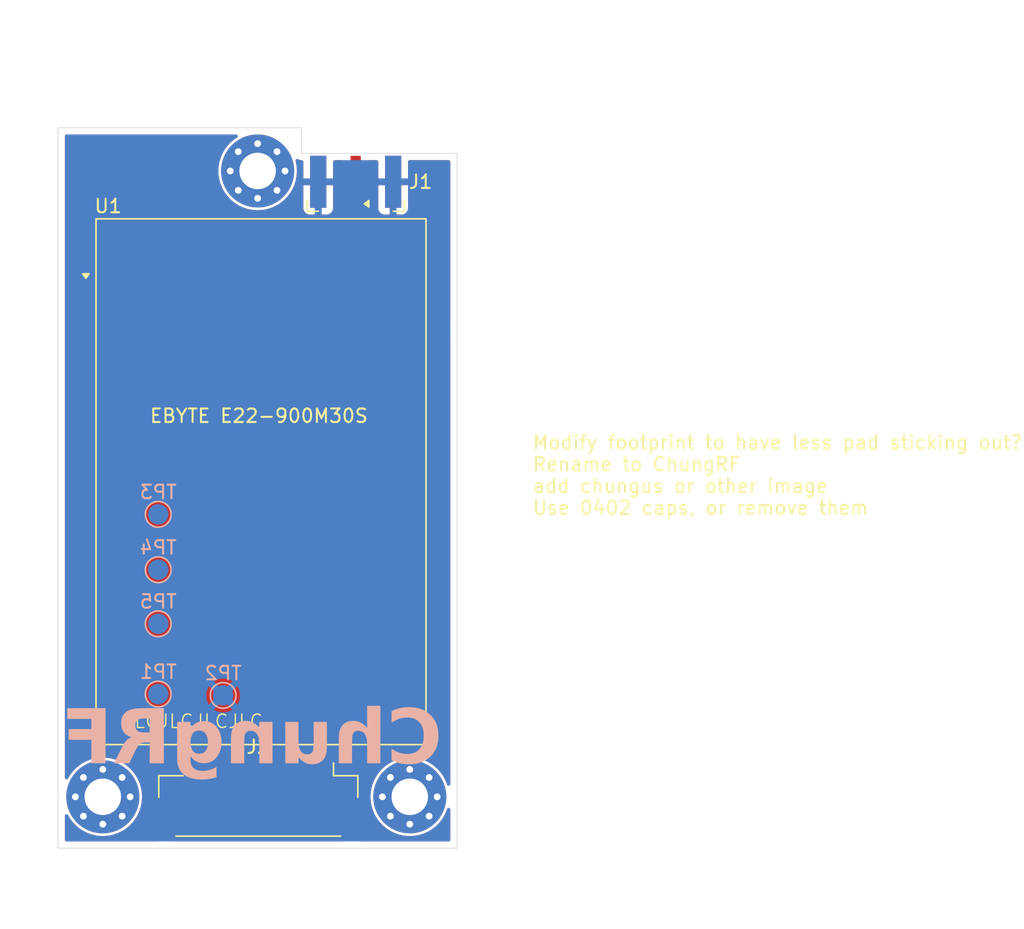
<source format=kicad_pcb>
(kicad_pcb (version 20240108) (generator "pcbnew") (generator_version "8.0")
  (title_block (title "ChungRF") (date "2024-05-14") (rev "R1") (company "Chungus Aerospace"))
  (layers (0 "F.Cu" signal) (1 "In1.Cu" signal) (2 "In2.Cu" signal) (31 "B.Cu" signal) (34 "B.Paste" user) (35 "F.Paste" user) (36 "B.SilkS" user "B.Silkscreen") (37 "F.SilkS" user "F.Silkscreen") (38 "B.Mask" user) (39 "F.Mask" user) (44 "Edge.Cuts" user))
  (net 0 "")
  (net 1 "VCC")
  (net 2 "GND")
  (net 3 "/RF_ANT")
  (net 4 "/BUSY")
  (net 5 "/MISO")
  (net 6 "/NSS")
  (net 7 "/DIO2")
  (net 8 "/DIO1")
  (net 9 "/NRST")
  (net 10 "/RXEN")
  (net 11 "/MOSI")
  (net 12 "/SCK")
  (net 13 "/TXEN")
  (footprint "MountingHole:MountingHole_2.7mm_M2.5_Pad_Via" (layer "F.Cu") (at 161.05 91.5 90)
    (property "Reference" "H3" (hide yes))
    (property "Value" "MountingHole" (hide yes))
    (pad "1" thru_hole circle (at -2.025 0 90) (size 0.8 0.8) (drill 0.5) (layers "*.Cu" "*.Mask"))
    (pad "1" thru_hole circle (at -1.431891 -1.431891 90) (size 0.8 0.8) (drill 0.5) (layers "*.Cu" "*.Mask"))
    (pad "1" thru_hole circle (at -1.431891 1.431891 90) (size 0.8 0.8) (drill 0.5) (layers "*.Cu" "*.Mask"))
    (pad "1" thru_hole circle (at 0 -2.025 90) (size 0.8 0.8) (drill 0.5) (layers "*.Cu" "*.Mask"))
    (pad "1" thru_hole circle (at 0 0 90) (size 5.4 5.4) (drill 2.7) (layers "*.Cu" "*.Mask"))
    (pad "1" thru_hole circle (at 0 2.025 90) (size 0.8 0.8) (drill 0.5) (layers "*.Cu" "*.Mask"))
    (pad "1" thru_hole circle (at 1.431891 -1.431891 90) (size 0.8 0.8) (drill 0.5) (layers "*.Cu" "*.Mask"))
    (pad "1" thru_hole circle (at 1.431891 1.431891 90) (size 0.8 0.8) (drill 0.5) (layers "*.Cu" "*.Mask"))
    (pad "1" thru_hole circle (at 2.025 0 90) (size 0.8 0.8) (drill 0.5) (layers "*.Cu" "*.Mask"))
  )
  (footprint "MountingHole:MountingHole_2.7mm_M2.5_Pad_Via" (layer "F.Cu") (at 172.3 137.8 90)
    (property "Reference" "H2" (hide yes))
    (property "Value" "MountingHole" (hide yes))
    (pad "1" thru_hole circle (at -2.025 0 90) (size 0.8 0.8) (drill 0.5) (layers "*.Cu" "*.Mask"))
    (pad "1" thru_hole circle (at -1.431891 -1.431891 90) (size 0.8 0.8) (drill 0.5) (layers "*.Cu" "*.Mask"))
    (pad "1" thru_hole circle (at -1.431891 1.431891 90) (size 0.8 0.8) (drill 0.5) (layers "*.Cu" "*.Mask"))
    (pad "1" thru_hole circle (at 0 -2.025 90) (size 0.8 0.8) (drill 0.5) (layers "*.Cu" "*.Mask"))
    (pad "1" thru_hole circle (at 0 0 90) (size 5.4 5.4) (drill 2.7) (layers "*.Cu" "*.Mask"))
    (pad "1" thru_hole circle (at 0 2.025 90) (size 0.8 0.8) (drill 0.5) (layers "*.Cu" "*.Mask"))
    (pad "1" thru_hole circle (at 1.431891 -1.431891 90) (size 0.8 0.8) (drill 0.5) (layers "*.Cu" "*.Mask"))
    (pad "1" thru_hole circle (at 1.431891 1.431891 90) (size 0.8 0.8) (drill 0.5) (layers "*.Cu" "*.Mask"))
    (pad "1" thru_hole circle (at 2.025 0 90) (size 0.8 0.8) (drill 0.5) (layers "*.Cu" "*.Mask"))
  )
  (footprint "besser_footprints:CON-SMA-EDGE-S" (layer "F.Cu") (at 168.3 92.3)
    (property "Reference" "J1" (at 4.8 0 0) (layer "F.SilkS"))
    (property "Value" "Conn_Coaxial")
    (fp_line (start -3.597387 1.345227) (end -3.597387 2.18) (stroke (width 0.12)) (layer "F.SilkS"))
    (fp_line (start -3.597387 2.18) (end -2.762614 2.18) (stroke (width 0.12)) (layer "F.SilkS"))
    (fp_line (start 2.77 2.18) (end 3.604773 2.18) (stroke (width 0.12)) (layer "F.SilkS"))
    (fp_line (start 3.604773 2.18) (end 3.604773 1.345227) (stroke (width 0.12)) (layer "F.SilkS"))
    (fp_poly (pts (xy 0.64 1.625) (xy 0.97 1.385) (xy 0.97 1.865) (xy 0.64 1.625)) (stroke (width 0.12)) (fill solid) (layer "F.SilkS"))
    (pad "1" smd rect (at 0 0) (size 0.76 3.85) (layers "F.Cu" "F.Paste" "F.Mask") (net 3 "/RF_ANT"))
    (pad "2" smd rect (at -2.77 0) (size 1.2 3.85) (layers "F.Cu" "F.Paste" "F.Mask") (net 2 "GND"))
    (pad "2" smd rect (at -2.77 0) (size 1.2 3.85) (layers "B.Cu" "B.Mask") (net 2 "GND"))
    (pad "2" smd rect (at 2.77 0) (size 1.2 3.85) (layers "F.Cu" "F.Paste" "F.Mask") (net 2 "GND"))
    (pad "2" smd rect (at 2.77 0) (size 1.2 3.85) (layers "B.Cu" "B.Mask") (net 2 "GND"))
    (zone (net 0) (net_name "") (layers "F.Cu" "In1.Cu" "In2.Cu" "In3.Cu" "In4.Cu" "In5.Cu" "In6.Cu" "In7.Cu" "In8.Cu" "In9.Cu" "In10.Cu" "In11.Cu" "In12.Cu" "In13.Cu" "In14.Cu" "In15.Cu" "In16.Cu" "In17.Cu" "In18.Cu" "In19.Cu" "In20.Cu" "In21.Cu" "In22.Cu" "In23.Cu" "In24.Cu" "In25.Cu" "In26.Cu" "In27.Cu" "In28.Cu" "In29.Cu" "In30.Cu") (connect_pads (clearance 0)) (min_thickness 0.25)
      (keepout (tracks allowed) (vias allowed) (pads allowed) (copperpour not_allowed) (footprints allowed))
      (fill (thermal_gap 0.5) (thermal_bridge_width 0.5))
      (polygon (pts (xy 168.95 90.17) (xy 168.95 94.43) (xy 167.65 94.43) (xy 167.65 90.17)))
    )
  )
  (footprint "besser_footprints:E22-900M30S" (layer "F.Cu") (at 161.3 114.49 90)
    (property "Reference" "U1" (at 20.39 -11.3 0) (layer "F.SilkS"))
    (property "Value" "E22-900M30S")
    (fp_rect (start -19.45 -12.2) (end 19.45 12.2) (stroke (width 0.12)) (fill none) (layer "F.SilkS"))
    (fp_poly (pts (xy 15.055173 -12.95) (xy 15.385173 -13.19) (xy 15.385173 -12.71) (xy 15.055173 -12.95)) (stroke (width 0.12)) (fill solid) (layer "F.SilkS"))
    (pad "1" smd roundrect (at 13.79 -12) (size 2.5 1.5) (layers "F.Cu" "F.Paste" "F.Mask") (roundrect_rratio 0.1666666667) (net 2 "GND"))
    (pad "2" smd roundrect (at 11.25 -12) (size 2.5 1.5) (layers "F.Cu" "F.Paste" "F.Mask") (roundrect_rratio 0.1666666667) (net 2 "GND"))
    (pad "3" smd roundrect (at 8.71 -12) (size 2.5 1.5) (layers "F.Cu" "F.Paste" "F.Mask") (roundrect_rratio 0.1666666667) (net 2 "GND"))
    (pad "4" smd roundrect (at 1.14 -12 180) (size 2.5 1.5) (layers "F.Cu" "F.Paste" "F.Mask") (roundrect_rratio 0.1666666667) (net 2 "GND"))
    (pad "5" smd roundrect (at -1.4 -12 180) (size 2.5 1.5) (layers "F.Cu" "F.Paste" "F.Mask") (roundrect_rratio 0.1666666667) (net 2 "GND"))
    (pad "6" smd roundrect (at -3.94 -12 180) (size 2.5 1.5) (layers "F.Cu" "F.Paste" "F.Mask") (roundrect_rratio 0.1666666667) (net 10 "/RXEN"))
    (pad "7" smd roundrect (at -6.48 -12 180) (size 2.5 1.5) (layers "F.Cu" "F.Paste" "F.Mask") (roundrect_rratio 0.1666666667) (net 13 "/TXEN"))
    (pad "8" smd roundrect (at -9.02 -12 180) (size 2.5 1.5) (layers "F.Cu" "F.Paste" "F.Mask") (roundrect_rratio 0.1666666667) (net 7 "/DIO2"))
    (pad "9" smd roundrect (at -11.56 -12 180) (size 2.5 1.5) (layers "F.Cu" "F.Paste" "F.Mask") (roundrect_rratio 0.1666666667) (net 1 "VCC"))
    (pad "10" smd roundrect (at -14.1 -12 180) (size 2.5 1.5) (layers "F.Cu" "F.Paste" "F.Mask") (roundrect_rratio 0.1666666667) (net 1 "VCC"))
    (pad "11" smd roundrect (at -16.64 -12 180) (size 2.5 1.5) (layers "F.Cu" "F.Paste" "F.Mask") (roundrect_rratio 0.1666666667) (net 2 "GND"))
    (pad "12" smd roundrect (at -16.64 12 180) (size 2.5 1.5) (layers "F.Cu" "F.Paste" "F.Mask") (roundrect_rratio 0.1666666667) (net 2 "GND"))
    (pad "13" smd roundrect (at -14.1 12 180) (size 2.5 1.5) (layers "F.Cu" "F.Paste" "F.Mask") (roundrect_rratio 0.1666666667) (net 8 "/DIO1"))
    (pad "14" smd roundrect (at -11.56 12 180) (size 2.5 1.5) (layers "F.Cu" "F.Paste" "F.Mask") (roundrect_rratio 0.1666666667) (net 4 "/BUSY"))
    (pad "15" smd roundrect (at -9.02 12 180) (size 2.5 1.5) (layers "F.Cu" "F.Paste" "F.Mask") (roundrect_rratio 0.1666666667) (net 9 "/NRST"))
    (pad "16" smd roundrect (at -6.48 12 180) (size 2.5 1.5) (layers "F.Cu" "F.Paste" "F.Mask") (roundrect_rratio 0.1666666667) (net 5 "/MISO"))
    (pad "17" smd roundrect (at -3.94 12 180) (size 2.5 1.5) (layers "F.Cu" "F.Paste" "F.Mask") (roundrect_rratio 0.1666666667) (net 11 "/MOSI"))
    (pad "18" smd roundrect (at -1.4 12 180) (size 2.5 1.5) (layers "F.Cu" "F.Paste" "F.Mask") (roundrect_rratio 0.1666666667) (net 12 "/SCK"))
    (pad "19" smd roundrect (at 1.14 12 180) (size 2.5 1.5) (layers "F.Cu" "F.Paste" "F.Mask") (roundrect_rratio 0.1666666667) (net 6 "/NSS"))
    (pad "20" smd roundrect (at 8.71 12) (size 2.5 1.5) (layers "F.Cu" "F.Paste" "F.Mask") (roundrect_rratio 0.1666666667) (net 2 "GND"))
    (pad "21" smd roundrect (at 11.25 12) (size 2.5 1.5) (layers "F.Cu" "F.Paste" "F.Mask") (roundrect_rratio 0.1666666667) (net 3 "/RF_ANT"))
    (pad "22" smd roundrect (at 13.79 12) (size 2.5 1.5) (layers "F.Cu" "F.Paste" "F.Mask") (roundrect_rratio 0.1666666667) (net 2 "GND"))
  )
  (footprint "Connector_JST:JST_GH_BM09B-GHS-TBT_1x09-1MP_P1.25mm_Vertical" (layer "F.Cu") (at 161.1 138.1 180)
    (property "Reference" "J2" (at 0 4 180) (layer "F.SilkS"))
    (property "Value" "Conn_01x09_Socket")
    (fp_line (start 7.36 1.86) (end 5.56 1.86) (stroke (width 0.12)) (layer "F.SilkS"))
    (fp_line (start 7.36 0.26) (end 7.36 1.86) (stroke (width 0.12)) (layer "F.SilkS"))
    (fp_line (start -5.56 1.86) (end -5.56 2.8) (stroke (width 0.12)) (layer "F.SilkS"))
    (fp_line (start -6.09 -2.61) (end 6.09 -2.61) (stroke (width 0.12)) (layer "F.SilkS"))
    (fp_line (start -7.36 1.86) (end -5.56 1.86) (stroke (width 0.12)) (layer "F.SilkS"))
    (fp_line (start -7.36 0.26) (end -7.36 1.86) (stroke (width 0.12)) (layer "F.SilkS"))
    (pad "1" smd roundrect (at -5 1.95 180) (size 0.6 1.7) (layers "F.Cu" "F.Paste" "F.Mask") (net 8 "/DIO1"))
    (pad "2" smd roundrect (at -3.75 1.95 180) (size 0.6 1.7) (layers "F.Cu" "F.Paste" "F.Mask") (net 4 "/BUSY"))
    (pad "3" smd roundrect (at -2.5 1.95 180) (size 0.6 1.7) (layers "F.Cu" "F.Paste" "F.Mask") (net 9 "/NRST"))
    (pad "4" smd roundrect (at -1.25 1.95 180) (size 0.6 1.7) (layers "F.Cu" "F.Paste" "F.Mask") (net 5 "/MISO"))
    (pad "5" smd roundrect (at 0 1.95 180) (size 0.6 1.7) (layers "F.Cu" "F.Paste" "F.Mask") (net 11 "/MOSI"))
    (pad "6" smd roundrect (at 1.25 1.95 180) (size 0.6 1.7) (layers "F.Cu" "F.Paste" "F.Mask") (net 12 "/SCK"))
    (pad "7" smd roundrect (at 2.5 1.95 180) (size 0.6 1.7) (layers "F.Cu" "F.Paste" "F.Mask") (net 6 "/NSS"))
    (pad "8" smd roundrect (at 3.75 1.95 180) (size 0.6 1.7) (layers "F.Cu" "F.Paste" "F.Mask") (net 2 "GND"))
    (pad "9" smd roundrect (at 5 1.95 180) (size 0.6 1.7) (layers "F.Cu" "F.Paste" "F.Mask") (net 1 "VCC"))
    (pad "MP" smd roundrect (at -6.85 -1.4 180) (size 1 2.8) (layers "F.Cu" "F.Paste" "F.Mask"))
    (pad "MP" smd roundrect (at 6.85 -1.4 180) (size 1 2.8) (layers "F.Cu" "F.Paste" "F.Mask"))
  )
  (footprint "MountingHole:MountingHole_2.7mm_M2.5_Pad_Via" (layer "F.Cu") (at 149.6 137.8 90)
    (property "Reference" "H1" (hide yes))
    (property "Value" "MountingHole" (hide yes))
    (pad "1" thru_hole circle (at -2.025 0 90) (size 0.8 0.8) (drill 0.5) (layers "*.Cu" "*.Mask"))
    (pad "1" thru_hole circle (at -1.431891 -1.431891 90) (size 0.8 0.8) (drill 0.5) (layers "*.Cu" "*.Mask"))
    (pad "1" thru_hole circle (at -1.431891 1.431891 90) (size 0.8 0.8) (drill 0.5) (layers "*.Cu" "*.Mask"))
    (pad "1" thru_hole circle (at 0 -2.025 90) (size 0.8 0.8) (drill 0.5) (layers "*.Cu" "*.Mask"))
    (pad "1" thru_hole circle (at 0 0 90) (size 5.4 5.4) (drill 2.7) (layers "*.Cu" "*.Mask"))
    (pad "1" thru_hole circle (at 0 2.025 90) (size 0.8 0.8) (drill 0.5) (layers "*.Cu" "*.Mask"))
    (pad "1" thru_hole circle (at 1.431891 -1.431891 90) (size 0.8 0.8) (drill 0.5) (layers "*.Cu" "*.Mask"))
    (pad "1" thru_hole circle (at 1.431891 1.431891 90) (size 0.8 0.8) (drill 0.5) (layers "*.Cu" "*.Mask"))
    (pad "1" thru_hole circle (at 2.025 0 90) (size 0.8 0.8) (drill 0.5) (layers "*.Cu" "*.Mask"))
  )
  (footprint "TestPoint:TestPoint_Pad_D1.5mm" (layer "B.Cu") (at 153.7 125 180)
    (property "Reference" "TP5" (at 0 1.648 180) (layer "B.SilkS") (effects (justify mirror)))
    (property "Value" "DIO2")
    (fp_circle (center 0 0) (end 0 -0.95) (stroke (width 0.12)) (fill none) (layer "B.SilkS"))
    (pad "1" smd circle (at 0 0 180) (size 1.5 1.5) (layers "B.Cu" "B.Mask") (net 7 "/DIO2"))
  )
  (footprint "TestPoint:TestPoint_Pad_D1.5mm" (layer "B.Cu") (at 153.7 130.2 180)
    (property "Reference" "TP1" (at 0 1.648 180) (layer "B.SilkS") (effects (justify mirror)))
    (property "Value" "VCC")
    (fp_circle (center 0 0) (end 0 -0.95) (stroke (width 0.12)) (fill none) (layer "B.SilkS"))
    (pad "1" smd circle (at 0 0 180) (size 1.5 1.5) (layers "B.Cu" "B.Mask") (net 1 "VCC"))
  )
  (footprint "TestPoint:TestPoint_Pad_D1.5mm" (layer "B.Cu") (at 158.5 130.3 180)
    (property "Reference" "TP2" (at 0 1.648 180) (layer "B.SilkS") (effects (justify mirror)))
    (property "Value" "GND")
    (fp_circle (center 0 0) (end 0 -0.95) (stroke (width 0.12)) (fill none) (layer "B.SilkS"))
    (pad "1" smd circle (at 0 0 180) (size 1.5 1.5) (layers "B.Cu" "B.Mask") (net 2 "GND"))
  )
  (footprint "TestPoint:TestPoint_Pad_D1.5mm" (layer "B.Cu") (at 153.7 121 180)
    (property "Reference" "TP4" (at 0 1.648 180) (layer "B.SilkS") (effects (justify mirror)))
    (property "Value" "TXEN")
    (fp_circle (center 0 0) (end 0 -0.95) (stroke (width 0.12)) (fill none) (layer "B.SilkS"))
    (pad "1" smd circle (at 0 0 180) (size 1.5 1.5) (layers "B.Cu" "B.Mask") (net 13 "/TXEN"))
  )
  (footprint "TestPoint:TestPoint_Pad_D1.5mm" (layer "B.Cu") (at 153.7 116.9 180)
    (property "Reference" "TP3" (at 0 1.648 180) (layer "B.SilkS") (effects (justify mirror)))
    (property "Value" "RXEN")
    (fp_circle (center 0 0) (end 0 -0.95) (stroke (width 0.12)) (fill none) (layer "B.SilkS"))
    (pad "1" smd circle (at 0 0 180) (size 1.5 1.5) (layers "B.Cu" "B.Mask") (net 10 "/RXEN"))
  )
  (gr_line (start 146.3 88.3) (end 164.3 88.3) (stroke (width 0.05)) (layer "Edge.Cuts"))
  (gr_line (start 146.3 141.6) (end 146.3 88.3) (stroke (width 0.05)) (layer "Edge.Cuts"))
  (gr_line (start 175.8 90.2) (end 175.8 141.6) (stroke (width 0.05)) (layer "Edge.Cuts"))
  (gr_line (start 164.3 90.2) (end 175.8 90.2) (stroke (width 0.05)) (layer "Edge.Cuts"))
  (gr_line (start 175.8 141.6) (end 146.3 141.6) (stroke (width 0.05)) (layer "Edge.Cuts"))
  (gr_line (start 164.3 88.3) (end 164.3 90.2) (stroke (width 0.05)) (layer "Edge.Cuts"))
  (gr_text "ChungRF" (at 160.6 136 -0) (layer "B.SilkS") (effects (font (size 4 4) (thickness 0.44) (bold yes)) (justify bottom mirror)))
  (gr_text "EBYTE E22-900M30S" (at 153 110.2 0) (layer "F.SilkS") (effects (font (size 1 1)) (justify left bottom)))
  (gr_text "Modify footprint to have less pad sticking out?\nRename to ChungRF\nadd chungus or other image\nUse 0402 caps, or remove them" (at 181.3 117 0) (layer "F.SilkS") (effects (font (size 1 1)) (justify left bottom)))
  (gr_text "JLCJLCJLCJLC" (at 151.1 132.8 0) (layer "F.SilkS") (effects (font (size 1 1) (thickness 0.1)) (justify left bottom)))
  (segment (start 168.3 100.04) (end 168.3 92.3) (width 0.3493) (layer "F.Cu") (net 3))
  (segment (start 171.5 103.24) (end 173.3 103.24) (width 0.3493) (layer "F.Cu") (net 3))
  (arc (start 168.3 100.04) (mid 169.237258 102.302741) (end 171.5 103.24) (width 0.3493) (layer "F.Cu") (net 3))
  (zone (net 2) (net_name "GND") (layers "F.Cu" "In1.Cu" "In2.Cu" "B.Cu") (connect_pads (clearance 0)) (min_thickness 0.25) (fill yes (thermal_gap 0.5) (thermal_bridge_width 0.5))
    (polygon (pts (xy 142 78.85) (xy 178 78.85) (xy 178 147.6) (xy 142 147.6)))
  )
)
</source>
